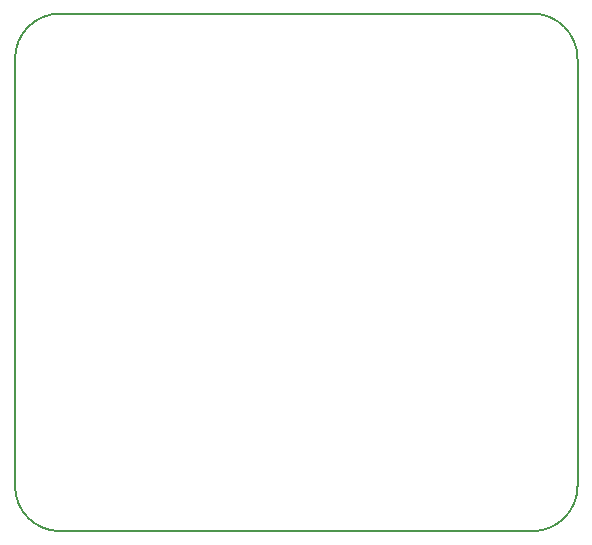
<source format=gm1>
G04 #@! TF.GenerationSoftware,KiCad,Pcbnew,(5.0.2)-1*
G04 #@! TF.CreationDate,2019-01-24T20:45:34+08:00*
G04 #@! TF.ProjectId,Inverter Trial 2,496e7665-7274-4657-9220-547269616c20,rev?*
G04 #@! TF.SameCoordinates,Original*
G04 #@! TF.FileFunction,Profile,NP*
%FSLAX46Y46*%
G04 Gerber Fmt 4.6, Leading zero omitted, Abs format (unit mm)*
G04 Created by KiCad (PCBNEW (5.0.2)-1) date 01/24/19 20:45:34*
%MOMM*%
%LPD*%
G01*
G04 APERTURE LIST*
%ADD10C,0.150000*%
G04 APERTURE END LIST*
D10*
X148590000Y-30480000D02*
X148590000Y-32385000D01*
X192405000Y-26670000D02*
X152400000Y-26670000D01*
X196215000Y-32385000D02*
X196215000Y-30480000D01*
X196215000Y-66675000D02*
X196215000Y-64770000D01*
X152400000Y-70485000D02*
X192405000Y-70485000D01*
X148590000Y-66675000D02*
X148590000Y-64770000D01*
X196215000Y-66675000D02*
G75*
G02X192405000Y-70485000I-3810000J0D01*
G01*
X152400000Y-70485000D02*
G75*
G02X148590000Y-66675000I0J3810000D01*
G01*
X148590000Y-30480000D02*
G75*
G02X152400000Y-26670000I3810000J0D01*
G01*
X192405000Y-26670000D02*
G75*
G02X196215000Y-30480000I0J-3810000D01*
G01*
X196215000Y-64770000D02*
X196215000Y-32385000D01*
X148590000Y-32385000D02*
X148590000Y-64770000D01*
M02*

</source>
